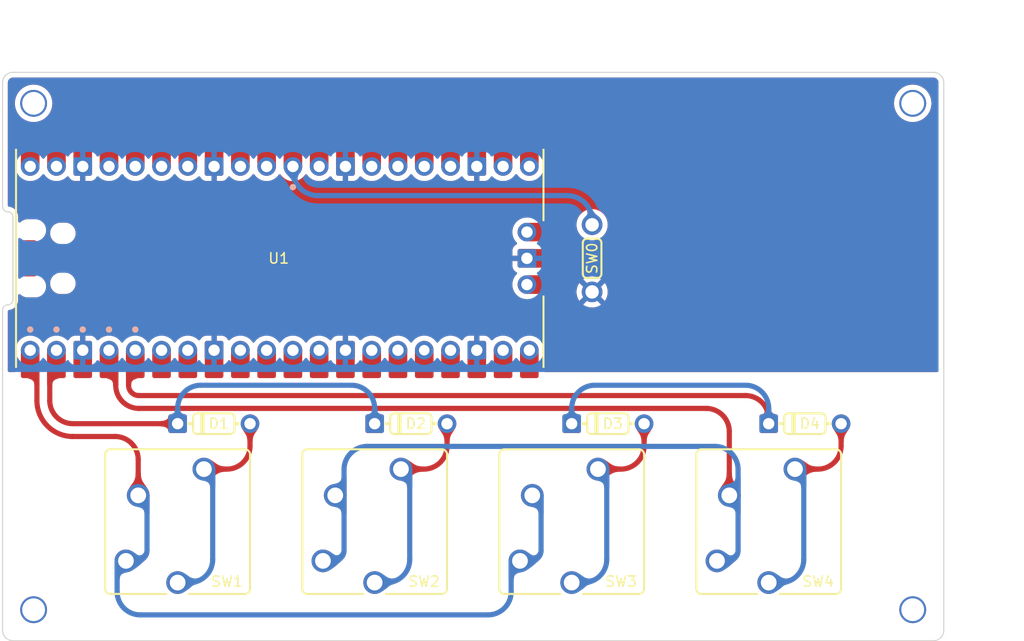
<source format=kicad_pcb>
(kicad_pcb (version 20211014) (generator pcbnew)
  (title_block (title "meishi_pico") (date "2022-09-03") (rev "1.0") (company "yynmt.com"))
  (layers (0 "F.Cu" signal) (31 "B.Cu" signal) (34 "B.Paste" user) (35 "F.Paste" user) (36 "B.SilkS" user "B.Silkscreen") (37 "F.SilkS" user "F.Silkscreen") (38 "B.Mask" user) (39 "F.Mask" user) (44 "Edge.Cuts" user))
  (net 0 "")
  (net 1 "ROW0")
  (net 2 "Net-(D1-Pad2)")
  (net 3 "Net-(D2-Pad2)")
  (net 4 "ROW1")
  (net 5 "Net-(D3-Pad2)")
  (net 6 "Net-(D4-Pad2)")
  (net 7 "COL0")
  (net 8 "COL1")
  (net 9 "GND")
  (net 29 "RESET")
  (net 36 "+5V")
  (footprint "meishi_pico:diode" (layer "F.Cu") (at 95.975 74)
    (fp_text reference "D2")
    (fp_text value "D" hide)
  )
  (footprint "meishi_pico:switch_mx_kailh" (layer "F.Cu") (at 95.975 83.475)
    (fp_text reference "SW2")
    (fp_text value "SW_Push")
  )
  (footprint "meishi_pico:switch_tact" (layer "F.Cu") (at 117 58 90)
    (fp_text reference "SW0")
    (fp_text value "SW_Push")
  )
  (footprint "meishi_pico:hole_m2" (layer "F.Cu") (at 63 43)
    (fp_text reference "H1")
    (fp_text value "hole")
  )
  (footprint "meishi_pico:diode" (layer "F.Cu") (at 115.025 74)
    (fp_text reference "D3")
    (fp_text value "D" hide)
  )
  (footprint "meishi_pico:hole_m2" (layer "F.Cu") (at 148 43)
    (fp_text reference "H2")
    (fp_text value "hole")
  )
  (footprint "meishi_pico:switch_mx_kailh" (layer "F.Cu") (at 134.075 83.475)
    (fp_text reference "SW4")
    (fp_text value "SW_Push")
  )
  (footprint "meishi_pico:raspberry_pi_pico" (layer "F.Cu") (at 60 58 90)
    (fp_text reference "U1")
    (fp_text value "raspberry_pi_pico")
  )
  (footprint "meishi_pico:hole_m2" (layer "F.Cu") (at 148 92)
    (fp_text reference "H4")
    (fp_text value "hole")
  )
  (footprint "meishi_pico:diode" (layer "F.Cu") (at 76.925 74)
    (fp_text reference "D1")
    (fp_text value "D" hide)
  )
  (footprint "meishi_pico:switch_mx_kailh" (layer "F.Cu") (at 115.025 83.475)
    (fp_text reference "SW3")
    (fp_text value "SW_Push")
  )
  (footprint "meishi_pico:switch_mx_kailh" (layer "F.Cu") (at 76.925 83.475)
    (fp_text reference "SW1")
    (fp_text value "SW_Push")
  )
  (footprint "meishi_pico:hole_m2" (layer "F.Cu") (at 63 92)
    (fp_text reference "H3")
    (fp_text value "hole")
  )
  (footprint "meishi_pico:diode" (layer "F.Cu") (at 134.075 74)
    (fp_text reference "D4")
    (fp_text value "D" hide)
  )
  (footprint "meishi_pico:logo" (layer "F.Cu") (at 60 40)
    (fp_text reference "L1")
    (fp_text value "logo")
  )
  (footprint "meishi_pico:logo_yynmt" (layer "B.Cu") (at 151 40 180)
    (fp_text reference "L2")
    (fp_text value "logo")
  )
  (gr_arc (start 60.5 53.5) (mid 60.146447 53.353553) (end 60 53) (layer "Edge.Cuts") (width 0.1))
  (gr_line (start 61 95) (end 150 95) (layer "Edge.Cuts") (width 0.1))
  (gr_arc (start 60.5 53.5) (mid 60.853553 53.646447) (end 61 54) (layer "Edge.Cuts") (width 0.1))
  (gr_line (start 60 41) (end 60 53) (layer "Edge.Cuts") (width 0.1))
  (gr_arc (start 61 95) (mid 60.292893 94.707107) (end 60 94) (layer "Edge.Cuts") (width 0.1))
  (gr_arc (start 61 62) (mid 60.853553 62.353553) (end 60.5 62.5) (layer "Edge.Cuts") (width 0.1))
  (gr_arc (start 151 94) (mid 150.707107 94.707107) (end 150 95) (layer "Edge.Cuts") (width 0.1))
  (gr_line (start 60 63) (end 60 94) (layer "Edge.Cuts") (width 0.1))
  (gr_arc (start 60 63) (mid 60.146447 62.646447) (end 60.5 62.5) (layer "Edge.Cuts") (width 0.1))
  (gr_line (start 151 94) (end 151 41) (layer "Edge.Cuts") (width 0.1))
  (gr_line (start 150 40) (end 61 40) (layer "Edge.Cuts") (width 0.1))
  (gr_line (start 61 62) (end 61 54) (layer "Edge.Cuts") (width 0.1))
  (gr_arc (start 150 40) (mid 150.707107 40.292893) (end 151 41) (layer "Edge.Cuts") (width 0.1))
  (gr_arc (start 60 41) (mid 60.292893 40.292893) (end 61 40) (layer "Edge.Cuts") (width 0.1))
  (segment (start 76.925 74) (end 66.8 74) (width 0.5) (layer "F.Cu") (net 1))
  (segment (start 64.56 66.89) (end 64.56 71.76) (width 0.5) (layer "F.Cu") (net 1))
  (arc (start 64.56 71.76) (mid 65.216081 73.343919) (end 66.8 74) (width 0.5) (layer "F.Cu") (net 1))
  (segment (start 79.165 70.28) (end 93.735 70.28) (width 0.5) (layer "B.Cu") (net 1))
  (segment (start 76.925 74) (end 76.925 72.52) (width 0.5) (layer "B.Cu") (net 1))
  (segment (start 95.975 74) (end 95.975 72.52) (width 0.5) (layer "B.Cu") (net 1))
  (arc (start 76.925 72.52) (mid 77.581081 70.936081) (end 79.165 70.28) (width 0.5) (layer "B.Cu") (net 1))
  (arc (start 95.975 72.52) (mid 95.318919 70.936081) (end 93.735 70.28) (width 0.5) (layer "B.Cu") (net 1))
  (segment (start 83.925 74) (end 83.925 76.155) (width 0.5) (layer "F.Cu") (net 2))
  (segment (start 79.465 78.395) (end 81.685 78.395) (width 0.5) (layer "F.Cu") (net 2))
  (arc (start 83.925 76.155) (mid 83.268919 77.738919) (end 81.685 78.395) (width 0.5) (layer "F.Cu") (net 2))
  (segment (start 76.925 89.375) (end 78.074999 89.375) (width 0.5) (layer "B.Cu") (net 2))
  (segment (start 80.314999 78.395) (end 80.314999 87.135) (width 0.5) (layer "B.Cu") (net 2))
  (arc (start 78.074999 89.375) (mid 79.658918 88.718919) (end 80.314999 87.135) (width 0.5) (layer "B.Cu") (net 2))
  (segment (start 98.515 78.395) (end 100.735 78.395) (width 0.5) (layer "F.Cu") (net 3))
  (segment (start 102.975 76.155) (end 102.975 74) (width 0.5) (layer "F.Cu") (net 3))
  (arc (start 100.735 78.395) (mid 102.318919 77.738919) (end 102.975 76.155) (width 0.5) (layer "F.Cu") (net 3))
  (segment (start 95.975 89.375) (end 97.124999 89.375) (width 0.5) (layer "B.Cu") (net 3))
  (segment (start 99.364999 78.395) (end 99.364999 87.135) (width 0.5) (layer "B.Cu") (net 3))
  (arc (start 97.124999 89.375) (mid 98.708918 88.718919) (end 99.364999 87.135) (width 0.5) (layer "B.Cu") (net 3))
  (segment (start 73.18 71.28) (end 131.835 71.28) (width 0.5) (layer "F.Cu") (net 4))
  (segment (start 134.075 74) (end 134.075 73.52) (width 0.5) (layer "F.Cu") (net 4))
  (segment (start 72.18 66.89) (end 72.18 70.28) (width 0.5) (layer "F.Cu") (net 4))
  (arc (start 131.835 71.28) (mid 133.418919 71.936081) (end 134.075 73.52) (width 0.5) (layer "F.Cu") (net 4))
  (arc (start 73.18 71.28) (mid 72.472893 70.987107) (end 72.18 70.28) (width 0.5) (layer "F.Cu") (net 4))
  (segment (start 115.025 74) (end 115.025 72.52) (width 0.5) (layer "B.Cu") (net 4))
  (segment (start 131.835 70.28) (end 117.265 70.28) (width 0.5) (layer "B.Cu") (net 4))
  (segment (start 134.075 74) (end 134.075 72.52) (width 0.5) (layer "B.Cu") (net 4))
  (arc (start 131.835 70.28) (mid 133.418919 70.936081) (end 134.075 72.52) (width 0.5) (layer "B.Cu") (net 4))
  (arc (start 115.025 72.52) (mid 115.681081 70.936081) (end 117.265 70.28) (width 0.5) (layer "B.Cu") (net 4))
  (segment (start 122.025 74) (end 122.025 76.155) (width 0.5) (layer "F.Cu") (net 5))
  (segment (start 117.565 78.395) (end 119.785 78.395) (width 0.5) (layer "F.Cu") (net 5))
  (arc (start 122.025 76.155) (mid 121.368919 77.738919) (end 119.785 78.395) (width 0.5) (layer "F.Cu") (net 5))
  (segment (start 115.025 89.375) (end 116.174999 89.375) (width 0.5) (layer "B.Cu") (net 5))
  (segment (start 118.414999 78.395) (end 118.414999 87.135) (width 0.5) (layer "B.Cu") (net 5))
  (arc (start 118.414999 87.135) (mid 117.758918 88.718919) (end 116.174999 89.375) (width 0.5) (layer "B.Cu") (net 5))
  (segment (start 138.835 78.395) (end 136.615 78.395) (width 0.5) (layer "F.Cu") (net 6))
  (segment (start 141.075 74) (end 141.075 76.155) (width 0.5) (layer "F.Cu") (net 6))
  (arc (start 138.835 78.395) (mid 140.418919 77.738919) (end 141.075 76.155) (width 0.5) (layer "F.Cu") (net 6))
  (segment (start 134.075 89.375) (end 135.224999 89.375) (width 0.5) (layer "B.Cu") (net 6))
  (segment (start 137.464999 78.395) (end 137.464999 87.135) (width 0.5) (layer "B.Cu") (net 6))
  (arc (start 137.464999 87.135) (mid 136.808918 88.718919) (end 135.224999 89.375) (width 0.5) (layer "B.Cu") (net 6))
  (segment (start 63.319999 66.89) (end 63.319999 71.76) (width 0.5) (layer "F.Cu") (net 7))
  (segment (start 73.115 80.935) (end 73.115 77.48) (width 0.5) (layer "F.Cu") (net 7))
  (segment (start 70.875 75.24) (end 66.799999 75.24) (width 0.5) (layer "F.Cu") (net 7))
  (arc (start 70.875 75.24) (mid 72.458919 75.896081) (end 73.115 77.48) (width 0.5) (layer "F.Cu") (net 7))
  (arc (start 63.319999 71.76) (mid 64.339267 74.220732) (end 66.799999 75.24) (width 0.5) (layer "F.Cu") (net 7))
  (segment (start 73.964999 80.935) (end 73.964999 86.275) (width 0.5) (layer "B.Cu") (net 7))
  (segment (start 110.025 87.275) (end 111.064999 87.275) (width 0.5) (layer "B.Cu") (net 7))
  (segment (start 109.175 87.275) (end 109.175 90.26) (width 0.5) (layer "B.Cu") (net 7))
  (segment (start 71.075 87.275) (end 71.075 90.26) (width 0.5) (layer "B.Cu") (net 7))
  (segment (start 112.064999 80.935) (end 112.064999 86.275) (width 0.5) (layer "B.Cu") (net 7))
  (segment (start 71.925 87.275) (end 72.964999 87.275) (width 0.5) (layer "B.Cu") (net 7))
  (segment (start 73.315 92.5) (end 106.935 92.5) (width 0.5) (layer "B.Cu") (net 7))
  (arc (start 109.175 90.26) (mid 108.518919 91.843919) (end 106.935 92.5) (width 0.5) (layer "B.Cu") (net 7))
  (arc (start 71.075 90.26) (mid 71.731081 91.843919) (end 73.315 92.5) (width 0.5) (layer "B.Cu") (net 7))
  (arc (start 73.964999 86.275) (mid 73.672106 86.982107) (end 72.964999 87.275) (width 0.5) (layer "B.Cu") (net 7))
  (arc (start 111.064999 87.275) (mid 111.772106 86.982107) (end 112.064999 86.275) (width 0.5) (layer "B.Cu") (net 7))
  (segment (start 70.939999 66.89) (end 70.939999 70.28) (width 0.5) (layer "F.Cu") (net 8))
  (segment (start 130.265 80.935) (end 130.265 74.76) (width 0.5) (layer "F.Cu") (net 8))
  (segment (start 73.179999 72.52) (end 128.025 72.52) (width 0.5) (layer "F.Cu") (net 8))
  (arc (start 128.025 72.52) (mid 129.608919 73.176081) (end 130.265 74.76) (width 0.5) (layer "F.Cu") (net 8))
  (arc (start 70.939999 70.28) (mid 71.59608 71.863919) (end 73.179999 72.52) (width 0.5) (layer "F.Cu") (net 8))
  (segment (start 95.254999 76.1975) (end 128.874999 76.1975) (width 0.5) (layer "B.Cu") (net 8))
  (segment (start 90.975 87.275) (end 92.014999 87.275) (width 0.5) (layer "B.Cu") (net 8))
  (segment (start 131.114999 80.935) (end 131.114999 86.275) (width 0.5) (layer "B.Cu") (net 8))
  (segment (start 93.014999 80.935) (end 93.014999 86.275) (width 0.5) (layer "B.Cu") (net 8))
  (segment (start 93.014999 80.935) (end 93.014999 78.4375) (width 0.5) (layer "B.Cu") (net 8))
  (segment (start 129.075 87.275) (end 130.114999 87.275) (width 0.5) (layer "B.Cu") (net 8))
  (segment (start 131.114999 80.935) (end 131.114999 78.4375) (width 0.5) (layer "B.Cu") (net 8))
  (arc (start 131.114999 78.4375) (mid 130.458918 76.853581) (end 128.874999 76.1975) (width 0.5) (layer "B.Cu") (net 8))
  (arc (start 93.014999 78.4375) (mid 93.67108 76.853581) (end 95.254999 76.1975) (width 0.5) (layer "B.Cu") (net 8))
  (arc (start 93.014999 86.275) (mid 92.722106 86.982107) (end 92.014999 87.275) (width 0.5) (layer "B.Cu") (net 8))
  (arc (start 131.114999 86.275) (mid 130.822106 86.982107) (end 130.114999 87.275) (width 0.5) (layer "B.Cu") (net 8))
  (segment (start 117 54.75) (end 117 54.35) (width 0.5) (layer "B.Cu") (net 29))
  (segment (start 88.07 49.51) (end 88.07 49.11) (width 0.5) (layer "B.Cu") (net 29))
  (segment (start 90.49 51.93) (end 114.58 51.93) (width 0.5) (layer "B.Cu") (net 29))
  (arc (start 90.49 51.93) (mid 88.778802 51.221198) (end 88.07 49.51) (width 0.5) (layer "B.Cu") (net 29))
  (arc (start 117 54.35) (mid 116.291198 52.638802) (end 114.58 51.93) (width 0.5) (layer "B.Cu") (net 29))
  (zone (net 6) (net_name "Net-(D4-Pad2)") (layer "F.Cu") (priority 16962) (connect_pads yes (clearance 0)) (min_thickness 0.0254) (fill yes (thermal_gap 0.508) (thermal_bridge_width 0.508))
    (polygon (pts (xy 141.325 75.79) (xy 141.333046 75.583681) (xy 141.356098 75.411582) (xy 141.392525 75.266416) (xy 141.440695 75.140896) (xy 141.498978 75.027736) (xy 141.565743 74.919649) (xy 141.639358 74.809348) (xy 141.718194 74.689547) (xy 141.800618 74.55296) (xy 141.885 74.3923) (xy 141.075 73.55) (xy 140.265 74.3923) (xy 140.349381 74.55296) (xy 140.431805 74.689547) (xy 140.510641 74.809348) (xy 140.584256 74.919649) (xy 140.651021 75.027736) (xy 140.709304 75.140896) (xy 140.757474 75.266416) (xy 140.793901 75.411582) (xy 140.816953 75.583681) (xy 140.825 75.79)))
  )
  (zone (net 3) (net_name "Net-(D2-Pad2)") (layer "F.Cu") (priority 16962) (connect_pads yes (clearance 0)) (min_thickness 0.0254) (fill yes (thermal_gap 0.508) (thermal_bridge_width 0.508))
    (polygon (pts (xy 100.705 78.145) (xy 100.450376 78.133827) (xy 100.239363 78.101987) (xy 100.062572 78.051994) (xy 99.910612 77.986363) (xy 99.774093 77.907608) (xy 99.643626 77.818245) (xy 99.509821 77.720788) (xy 99.363288 77.617751) (xy 99.194637 77.51165) (xy 98.994478 77.405) (xy 97.965 78.395) (xy 98.994478 79.385) (xy 99.194637 79.278349) (xy 99.363288 79.172248) (xy 99.509821 79.069211) (xy 99.643626 78.971754) (xy 99.774093 78.882391) (xy 99.910612 78.803636) (xy 100.062572 78.738005) (xy 100.239363 78.688012) (xy 100.450376 78.656172) (xy 100.705 78.645)))
  )
  (zone (net 5) (net_name "Net-(D3-Pad2)") (layer "F.Cu") (priority 16962) (connect_pads yes (clearance 0)) (min_thickness 0.0254) (fill yes (thermal_gap 0.508) (thermal_bridge_width 0.508))
    (polygon (pts (xy 119.755 78.145) (xy 119.500376 78.133827) (xy 119.289363 78.101987) (xy 119.112572 78.051994) (xy 118.960612 77.986363) (xy 118.824093 77.907608) (xy 118.693626 77.818245) (xy 118.559821 77.720788) (xy 118.413288 77.617751) (xy 118.244637 77.51165) (xy 118.044478 77.405) (xy 117.015 78.395) (xy 118.044478 79.385) (xy 118.244637 79.278349) (xy 118.413288 79.172248) (xy 118.559821 79.069211) (xy 118.693626 78.971754) (xy 118.824093 78.882391) (xy 118.960612 78.803636) (xy 119.112572 78.738005) (xy 119.289363 78.688012) (xy 119.500376 78.656172) (xy 119.755 78.645)))
  )
  (zone (net 2) (net_name "Net-(D1-Pad2)") (layer "F.Cu") (priority 16962) (connect_pads yes (clearance 0)) (min_thickness 0.0254) (fill yes (thermal_gap 0.508) (thermal_bridge_width 0.508))
    (polygon (pts (xy 84.175 75.79) (xy 84.183046 75.583681) (xy 84.206098 75.411582) (xy 84.242525 75.266416) (xy 84.290695 75.140896) (xy 84.348978 75.027736) (xy 84.415743 74.919649) (xy 84.489358 74.809348) (xy 84.568194 74.689547) (xy 84.650618 74.55296) (xy 84.735 74.3923) (xy 83.925 73.55) (xy 83.115 74.3923) (xy 83.199381 74.55296) (xy 83.281805 74.689547) (xy 83.360641 74.809348) (xy 83.434256 74.919649) (xy 83.501021 75.027736) (xy 83.559304 75.140896) (xy 83.607474 75.266416) (xy 83.643901 75.411582) (xy 83.666953 75.583681) (xy 83.675 75.79)))
  )
  (zone (net 9) (net_name "GND") (layers F&B.Cu) (connect_pads (clearance 0.508)) (min_thickness 0.254) (fill yes (thermal_gap 0.508) (thermal_bridge_width 0.508))
    (polygon (pts (xy 151 69) (xy 60 69) (xy 60 40) (xy 151 40)))
  )
  (zone (net 1) (net_name "ROW0") (layer "F.Cu") (priority 16962) (connect_pads yes (clearance 0)) (min_thickness 0.0254) (fill yes (thermal_gap 0.508) (thermal_bridge_width 0.508))
    (polygon (pts (xy 64.81 70.265) (xy 64.818495 70.13297) (xy 64.843239 70.022918) (xy 64.883112 69.931975) (xy 64.936999 69.857276) (xy 65.003781 69.795954) (xy 65.082343 69.745142) (xy 65.171566 69.701974) (xy 65.270335 69.663582) (xy 65.377531 69.627102) (xy 65.492039 69.589665) (xy 65.53313 68.421813) (xy 64.31 68.735) (xy 64.31 68.91734) (xy 64.31 69.073765) (xy 64.309999 69.211547) (xy 64.31 69.337961) (xy 64.31 69.460278) (xy 64.31 69.585774) (xy 64.31 69.72172) (xy 64.31 69.875391) (xy 64.31 70.05406) (xy 64.31 70.265)))
  )
  (zone (net 2) (net_name "Net-(D1-Pad2)") (layer "F.Cu") (priority 16962) (connect_pads yes (clearance 0)) (min_thickness 0.0254) (fill yes (thermal_gap 0.508) (thermal_bridge_width 0.508))
    (polygon (pts (xy 81.655 78.145) (xy 81.400376 78.133827) (xy 81.189363 78.101987) (xy 81.012572 78.051994) (xy 80.860612 77.986363) (xy 80.724093 77.907608) (xy 80.593626 77.818245) (xy 80.459821 77.720788) (xy 80.313288 77.617751) (xy 80.144637 77.51165) (xy 79.944478 77.405) (xy 78.915 78.395) (xy 79.944478 79.385) (xy 80.144637 79.278349) (xy 80.313288 79.172248) (xy 80.459821 79.069211) (xy 80.593626 78.971754) (xy 80.724093 78.882391) (xy 80.860612 78.803636) (xy 81.012572 78.738005) (xy 81.189363 78.688012) (xy 81.400376 78.656172) (xy 81.655 78.645)))
  )
  (zone (net 6) (net_name "Net-(D4-Pad2)") (layer "F.Cu") (priority 16962) (connect_pads yes (clearance 0)) (min_thickness 0.0254) (fill yes (thermal_gap 0.508) (thermal_bridge_width 0.508))
    (polygon (pts (xy 138.805 78.145) (xy 138.550376 78.133827) (xy 138.339363 78.101987) (xy 138.162572 78.051994) (xy 138.010612 77.986363) (xy 137.874093 77.907608) (xy 137.743626 77.818245) (xy 137.609821 77.720788) (xy 137.463288 77.617751) (xy 137.294637 77.51165) (xy 137.094478 77.405) (xy 136.065 78.395) (xy 137.094478 79.385) (xy 137.294637 79.278349) (xy 137.463288 79.172248) (xy 137.609821 79.069211) (xy 137.743626 78.971754) (xy 137.874093 78.882391) (xy 138.010612 78.803636) (xy 138.162572 78.738005) (xy 138.339363 78.688012) (xy 138.550376 78.656172) (xy 138.805 78.645)))
  )
  (zone (net 4) (net_name "ROW1") (layer "F.Cu") (priority 16962) (connect_pads yes (clearance 0)) (min_thickness 0.0254) (fill yes (thermal_gap 0.508) (thermal_bridge_width 0.508))
    (polygon (pts (xy 72.43 70.265) (xy 72.438495 70.13297) (xy 72.463239 70.022918) (xy 72.503112 69.931975) (xy 72.556999 69.857276) (xy 72.623781 69.795954) (xy 72.702343 69.745142) (xy 72.791566 69.701974) (xy 72.890335 69.663582) (xy 72.997531 69.627102) (xy 73.112039 69.589665) (xy 73.15313 68.421813) (xy 71.93 68.735) (xy 71.93 68.91734) (xy 71.93 69.073765) (xy 71.929999 69.211547) (xy 71.93 69.337961) (xy 71.93 69.460278) (xy 71.93 69.585774) (xy 71.93 69.72172) (xy 71.93 69.875391) (xy 71.93 70.05406) (xy 71.93 70.265)))
  )
  (zone (net 8) (net_name "COL1") (layer "F.Cu") (priority 16962) (connect_pads yes (clearance 0)) (min_thickness 0.0254) (fill yes (thermal_gap 0.508) (thermal_bridge_width 0.508))
    (polygon (pts (xy 130.015 78.745) (xy 130.003827 78.999623) (xy 129.971987 79.210636) (xy 129.921994 79.387427) (xy 129.856363 79.539387) (xy 129.777608 79.675906) (xy 129.688245 79.806373) (xy 129.590788 79.940178) (xy 129.487751 80.086711) (xy 129.38165 80.255362) (xy 129.275 80.455522) (xy 130.265 81.485) (xy 131.255 80.455522) (xy 131.148349 80.255362) (xy 131.042248 80.086711) (xy 130.939211 79.940178) (xy 130.841754 79.806373) (xy 130.752391 79.675906) (xy 130.673636 79.539387) (xy 130.608005 79.387427) (xy 130.558012 79.210636) (xy 130.526172 78.999623) (xy 130.515 78.745)))
  )
  (zone (net 3) (net_name "Net-(D2-Pad2)") (layer "F.Cu") (priority 16962) (connect_pads yes (clearance 0)) (min_thickness 0.0254) (fill yes (thermal_gap 0.508) (thermal_bridge_width 0.508))
    (polygon (pts (xy 103.225 75.79) (xy 103.233046 75.583681) (xy 103.256098 75.411582) (xy 103.292525 75.266416) (xy 103.340695 75.140896) (xy 103.398978 75.027736) (xy 103.465743 74.919649) (xy 103.539358 74.809348) (xy 103.618194 74.689547) (xy 103.700618 74.55296) (xy 103.785 74.3923) (xy 102.975 73.55) (xy 102.165 74.3923) (xy 102.249381 74.55296) (xy 102.331805 74.689547) (xy 102.410641 74.809348) (xy 102.484256 74.919649) (xy 102.551021 75.027736) (xy 102.609304 75.140896) (xy 102.657474 75.266416) (xy 102.693901 75.411582) (xy 102.716953 75.583681) (xy 102.725 75.79)))
  )
  (zone (net 4) (net_name "ROW1") (layer "F.Cu") (priority 16962) (connect_pads yes (clearance 0)) (min_thickness 0.0254) (fill yes (thermal_gap 0.508) (thermal_bridge_width 0.508))
    (polygon (pts (xy 134.05 72.41) (xy 133.62 72.63) (xy 133.65 72.71) (xy 133.66 72.76) (xy 133.67 72.84) (xy 133.66 72.92) (xy 133.64 72.96) (xy 133.61 73) (xy 133.57 73.03) (xy 133.51 73.06) (xy 133.45 73.08) (xy 133.38 73.1) (xy 134.075 74.45) (xy 134.77 73.1) (xy 134.71 73.08) (xy 134.65 73.06) (xy 134.59 73.04) (xy 134.53 73.01) (xy 134.48 72.98) (xy 134.43 72.94) (xy 134.39 72.9) (xy 134.34 72.85) (xy 134.3 72.81) (xy 134.26 72.76) (xy 134.22 72.7) (xy 134.18 72.63) (xy 134.14 72.56) (xy 134.09 72.47)))
  )
  (zone (net 1) (net_name "ROW0") (layer "F.Cu") (priority 16962) (connect_pads yes (clearance 0)) (min_thickness 0.0254) (fill yes (thermal_gap 0.508) (thermal_bridge_width 0.508))
    (polygon (pts (xy 75.135 74.25) (xy 75.341318 74.258046) (xy 75.513417 74.281098) (xy 75.658583 74.317525) (xy 75.784103 74.365695) (xy 75.89 74.43) (xy 75.95 74.5) (xy 75.99 74.57) (xy 76.01 74.63) (xy 76.02 74.68) (xy 76.03 74.74) (xy 77.375 74) (xy 76.03 73.26) (xy 76.02 73.32) (xy 76.01 73.37) (xy 75.99 73.44) (xy 75.96 73.51) (xy 75.897263 73.576021) (xy 75.784103 73.634304) (xy 75.658583 73.682474) (xy 75.513417 73.718901) (xy 75.341318 73.741953) (xy 75.135 73.75)))
  )
  (zone (net 4) (net_name "ROW1") (layer "F.Cu") (priority 16962) (connect_pads yes (clearance 0)) (min_thickness 0.0254) (fill yes (thermal_gap 0.508) (thermal_bridge_width 0.508))
    (polygon (pts (xy 72.43 68.42) (xy 72.438495 68.28797) (xy 72.463239 68.177918) (xy 72.503112 68.086975) (xy 72.556999 68.012276) (xy 72.623781 67.950954) (xy 72.702343 67.900142) (xy 72.791566 67.856974) (xy 72.890335 67.818582) (xy 72.997531 67.782102) (xy 73.112039 67.744665) (xy 73.15313 66.576813) (xy 71.93 66.89) (xy 71.93 67.07234) (xy 71.93 67.228765) (xy 71.929999 67.366547) (xy 71.93 67.492961) (xy 71.93 67.615278) (xy 71.93 67.740774) (xy 71.93 67.87672) (xy 71.93 68.030391) (xy 71.93 68.20906) (xy 71.93 68.42)))
  )
  (zone (net 8) (net_name "COL1") (layer "F.Cu") (priority 16962) (connect_pads yes (clearance 0)) (min_thickness 0.0254) (fill yes (thermal_gap 0.508) (thermal_bridge_width 0.508))
    (polygon (pts (xy 71.189999 70.265) (xy 71.189999 70.05406) (xy 71.189999 69.875391) (xy 71.189999 69.72172) (xy 71.189999 69.585774) (xy 71.189999 69.460278) (xy 71.189999 69.337961) (xy 71.189999 69.211547) (xy 71.189999 69.073765) (xy 71.189999 68.91734) (xy 71.19 68.735) (xy 69.96687 68.421812) (xy 70.00796 69.589665) (xy 70.122467 69.627102) (xy 70.229663 69.663583) (xy 70.328432 69.701974) (xy 70.417655 69.745142) (xy 70.496217 69.795954) (xy 70.562999 69.857276) (xy 70.616886 69.931975) (xy 70.656759 70.022918) (xy 70.681503 70.13297) (xy 70.689999 70.265)))
  )
  (zone (net 7) (net_name "COL0") (layer "F.Cu") (priority 16962) (connect_pads yes (clearance 0)) (min_thickness 0.0254) (fill yes (thermal_gap 0.508) (thermal_bridge_width 0.508))
    (polygon (pts (xy 72.865 78.745) (xy 72.853827 78.999623) (xy 72.821987 79.210636) (xy 72.771994 79.387427) (xy 72.706363 79.539387) (xy 72.627608 79.675906) (xy 72.538245 79.806373) (xy 72.440788 79.940178) (xy 72.337751 80.086711) (xy 72.23165 80.255362) (xy 72.125 80.455522) (xy 73.115 81.485) (xy 74.105 80.455522) (xy 73.998349 80.255362) (xy 73.892248 80.086711) (xy 73.789211 79.940178) (xy 73.691754 79.806373) (xy 73.602391 79.675906) (xy 73.523636 79.539387) (xy 73.458005 79.387427) (xy 73.408012 79.210636) (xy 73.376172 78.999623) (xy 73.365 78.745)))
  )
  (zone (net 7) (net_name "COL0") (layer "F.Cu") (priority 16962) (connect_pads yes (clearance 0)) (min_thickness 0.0254) (fill yes (thermal_gap 0.508) (thermal_bridge_width 0.508))
    (polygon (pts (xy 63.569999 70.265) (xy 63.569999 70.05406) (xy 63.569999 69.875391) (xy 63.569999 69.72172) (xy 63.569999 69.585774) (xy 63.569999 69.460278) (xy 63.569999 69.337961) (xy 63.569999 69.211547) (xy 63.569999 69.073765) (xy 63.569999 68.91734) (xy 63.57 68.735) (xy 62.34687 68.421812) (xy 62.38796 69.589665) (xy 62.502467 69.627102) (xy 62.609663 69.663583) (xy 62.708432 69.701974) (xy 62.797655 69.745142) (xy 62.876217 69.795954) (xy 62.942999 69.857276) (xy 62.996886 69.931975) (xy 63.036759 70.022918) (xy 63.061503 70.13297) (xy 63.069999 70.265)))
  )
  (zone (net 5) (net_name "Net-(D3-Pad2)") (layer "F.Cu") (priority 16962) (connect_pads yes (clearance 0)) (min_thickness 0.0254) (fill yes (thermal_gap 0.508) (thermal_bridge_width 0.508))
    (polygon (pts (xy 122.275 75.79) (xy 122.283046 75.583681) (xy 122.306098 75.411582) (xy 122.342525 75.266416) (xy 122.390695 75.140896) (xy 122.448978 75.027736) (xy 122.515743 74.919649) (xy 122.589358 74.809348) (xy 122.668194 74.689547) (xy 122.750618 74.55296) (xy 122.835 74.3923) (xy 122.025 73.55) (xy 121.215 74.3923) (xy 121.299381 74.55296) (xy 121.381805 74.689547) (xy 121.460641 74.809348) (xy 121.534256 74.919649) (xy 121.601021 75.027736) (xy 121.659304 75.140896) (xy 121.707474 75.266416) (xy 121.743901 75.411582) (xy 121.766953 75.583681) (xy 121.775 75.79)))
  )
  (zone (net 5) (net_name "Net-(D3-Pad2)") (layer "B.Cu") (priority 16962) (connect_pads yes (clearance 0)) (min_thickness 0.0254) (fill yes (thermal_gap 0.508) (thermal_bridge_width 0.508))
    (polygon (pts (xy 117.24 89.24) (xy 117.13 89) (xy 117.07 88.91) (xy 117 88.93) (xy 116.93 88.95) (xy 116.86 88.96) (xy 116.78 88.97) (xy 116.68 88.98) (xy 116.6 88.97) (xy 116.51 88.95) (xy 116.43 88.93) (xy 116.32 88.89) (xy 116.22 88.84) (xy 116.1196 88.769865) (xy 116.019421 88.700653) (xy 115.872888 88.597616) (xy 115.704237 88.491515) (xy 115.504078 88.384865) (xy 114.4746 89.374865) (xy 115.504078 90.364865) (xy 115.704237 90.258214) (xy 115.872888 90.152113) (xy 116.019421 90.049076) (xy 116.153226 89.951619) (xy 116.2996 89.829865) (xy 116.4396 89.709865) (xy 116.51 89.663121) (xy 116.58 89.63) (xy 116.68 89.589865) (xy 116.76 89.56) (xy 116.83 89.54) (xy 116.92 89.51)))
  )
  (zone locked (net 7) (net_name "COL0") (layer "B.Cu") (priority 16962) (connect_pads yes (clearance 0)) (min_thickness 0.0254) (fill yes (thermal_gap 0.508) (thermal_bridge_width 0.508))
    (polygon (pts (xy 73.9396 86.359865) (xy 73.72 86.34) (xy 73.7096 86.359865) (xy 73.6696 86.459865) (xy 73.6196 86.529865) (xy 73.5696 86.589865) (xy 73.4996 86.659865) (xy 73.4396 86.699865) (xy 73.3696 86.719865) (xy 73.3096 86.729865) (xy 73.2396 86.739865) (xy 73.1596 86.729865) (xy 73.0896 86.709865) (xy 73.0196 86.669865) (xy 72.919421 86.600653) (xy 72.772888 86.497616) (xy 72.604237 86.391515) (xy 72.404078 86.284865) (xy 71.3746 87.274865) (xy 72.404078 88.264865) (xy 72.604237 88.158214) (xy 72.772888 88.052113) (xy 72.919421 87.949076) (xy 73.053226 87.851619) (xy 73.1996 87.729865) (xy 73.3396 87.609865) (xy 73.4796 87.489865) (xy 73.5696 87.409865) (xy 73.6596 87.329865) (xy 73.7196 87.269865)))
  )
  (zone (net 1) (net_name "ROW0") (layer "B.Cu") (priority 16962) (connect_pads yes (clearance 0)) (min_thickness 0.0254) (fill yes (thermal_gap 0.508) (thermal_bridge_width 0.508))
    (polygon (pts (xy 76.675 72.53) (xy 76.669771 72.655786) (xy 76.654805 72.768215) (xy 76.64 72.83) (xy 76.614412 72.88) (xy 76.58 72.93) (xy 76.54 72.97) (xy 76.49 73) (xy 76.43 73.03) (xy 76.36 73.06) (xy 76.3 73.08) (xy 76.23 73.1) (xy 76.925 74.45) (xy 77.62 73.1) (xy 77.56 73.08) (xy 77.5 73.06) (xy 77.44 73.04) (xy 77.38 73.01) (xy 77.33 72.98) (xy 77.28 72.94) (xy 77.24 72.89) (xy 77.21 72.83) (xy 77.195194 72.768215) (xy 77.180228 72.655786) (xy 77.175 72.53)))
  )
  (zone (net 29) (net_name "RESET") (layer "B.Cu") (priority 16962) (connect_pads yes (clearance 0)) (min_thickness 0.0254) (fill yes (thermal_gap 0.508) (thermal_bridge_width 0.508))
    (polygon (pts (xy 88.34 50.67) (xy 88.57 50.53) (xy 88.55 50.43) (xy 88.54 50.34) (xy 88.533607 50.29) (xy 88.53 50.24) (xy 88.54 50.18) (xy 88.56 50.09) (xy 88.59 50.01) (xy 88.62 49.94) (xy 88.66 49.87) (xy 88.71 49.8) (xy 88.77 49.73) (xy 88.83 49.64) (xy 88.88 49.54) (xy 88.91 49.47) (xy 88.93 49.4) (xy 88.95 49.3) (xy 88.06 49.03) (xy 87.2 49.34) (xy 87.24 49.47) (xy 87.27 49.55) (xy 87.33 49.67) (xy 87.38 49.75) (xy 87.45 49.84) (xy 87.54 49.94) (xy 87.63 50.03) (xy 87.7 50.11) (xy 87.79 50.21) (xy 87.87 50.32) (xy 87.95 50.44) (xy 88.06 50.61)))
  )
  (zone (net 5) (net_name "Net-(D3-Pad2)") (layer "B.Cu") (priority 16962) (connect_pads yes (clearance 0)) (min_thickness 0.0254) (fill yes (thermal_gap 0.508) (thermal_bridge_width 0.508))
    (polygon (pts (xy 116.164999 89.125) (xy 116.152618 89.124101) (xy 116.140844 89.121656) (xy 116.129838 89.118039) (xy 116.119761 89.113624) (xy 116.110773 89.108786) (xy 116.103036 89.103899) (xy 116.096709 89.09934) (xy 116.091954 89.095481) (xy 116.088932 89.092697) (xy 116.087803 89.091365) (xy 114.475 89.375) (xy 116.087803 89.658635) (xy 116.088932 89.657302) (xy 116.091954 89.654518) (xy 116.096709 89.650659) (xy 116.103036 89.6461) (xy 116.110773 89.641213) (xy 116.119761 89.636375) (xy 116.129838 89.63196) (xy 116.140844 89.628343) (xy 116.152618 89.625898) (xy 116.164999 89.625)))
  )
  (zone (net 4) (net_name "ROW1") (layer "B.Cu") (priority 16962) (connect_pads yes (clearance 0)) (min_thickness 0.0254) (fill yes (thermal_gap 0.508) (thermal_bridge_width 0.508))
    (polygon (pts (xy 114.775 72.53) (xy 114.769771 72.655786) (xy 114.754805 72.768215) (xy 114.74 72.83) (xy 114.714412 72.88) (xy 114.68 72.93) (xy 114.64 72.97) (xy 114.59 73) (xy 114.53 73.03) (xy 114.46 73.06) (xy 114.4 73.08) (xy 114.33 73.1) (xy 115.025 74.45) (xy 115.72 73.1) (xy 115.66 73.08) (xy 115.6 73.06) (xy 115.54 73.04) (xy 115.48 73.01) (xy 115.43 72.98) (xy 115.38 72.94) (xy 115.34 72.89) (xy 115.31 72.83) (xy 115.295194 72.768215) (xy 115.280228 72.655786) (xy 115.275 72.53)))
  )
  (zone locked (net 7) (net_name "COL0") (layer "B.Cu") (priority 16962) (connect_pads yes (clearance 0)) (min_thickness 0.0254) (fill yes (thermal_gap 0.508) (thermal_bridge_width 0.508))
    (polygon (pts (xy 112.0396 86.359865) (xy 111.82 86.34) (xy 111.8096 86.359865) (xy 111.7696 86.459865) (xy 111.7196 86.529865) (xy 111.6696 86.589865) (xy 111.5996 86.659865) (xy 111.5396 86.699865) (xy 111.4696 86.719865) (xy 111.4096 86.729865) (xy 111.3396 86.739865) (xy 111.2596 86.729865) (xy 111.1896 86.709865) (xy 111.1196 86.669865) (xy 111.019421 86.600653) (xy 110.872888 86.497616) (xy 110.704237 86.391515) (xy 110.504078 86.284865) (xy 109.4746 87.274865) (xy 110.504078 88.264865) (xy 110.704237 88.158214) (xy 110.872888 88.052113) (xy 111.019421 87.949076) (xy 111.153226 87.851619) (xy 111.2996 87.729865) (xy 111.4396 87.609865) (xy 111.5796 87.489865) (xy 111.6696 87.409865) (xy 111.7596 87.329865) (xy 111.8196 87.269865)))
  )
  (zone (net 6) (net_name "Net-(D4-Pad2)") (layer "B.Cu") (priority 16962) (connect_pads yes (clearance 0)) (min_thickness 0.0254) (fill yes (thermal_gap 0.508) (thermal_bridge_width 0.508))
    (polygon (pts (xy 137.714999 80.195) (xy 137.714999 79.947055) (xy 137.714999 79.737418) (xy 137.714998 79.557386) (xy 137.714999 79.398256) (xy 137.714999 79.251323) (xy 137.714999 79.107884) (xy 137.714999 78.959236) (xy 137.714999 78.796675) (xy 137.714999 78.611497) (xy 137.714999 78.395) (xy 136.190439 78.045361) (xy 136.355774 79.464018) (xy 136.495797 79.497376) (xy 136.628387 79.530328) (xy 136.751821 79.566338) (xy 136.864381 79.608869) (xy 136.964345 79.661386) (xy 137.049992 79.727353) (xy 137.119601 79.810233) (xy 137.171453 79.913492) (xy 137.203825 80.040593) (xy 137.214999 80.195)))
  )
  (zone (net 3) (net_name "Net-(D2-Pad2)") (layer "B.Cu") (priority 16962) (connect_pads yes (clearance 0)) (min_thickness 0.0254) (fill yes (thermal_gap 0.508) (thermal_bridge_width 0.508))
    (polygon (pts (xy 99.614999 80.195) (xy 99.614999 79.947055) (xy 99.614999 79.737418) (xy 99.614999 79.557386) (xy 99.614999 79.398256) (xy 99.614999 79.251323) (xy 99.614999 79.107884) (xy 99.614999 78.959236) (xy 99.614999 78.796675) (xy 99.614999 78.611497) (xy 99.614999 78.395) (xy 98.090439 78.045361) (xy 98.255774 79.464018) (xy 98.395797 79.497376) (xy 98.528387 79.530328) (xy 98.651821 79.566338) (xy 98.764381 79.608869) (xy 98.864345 79.661386) (xy 98.949992 79.727353) (xy 99.019601 79.810233) (xy 99.071453 79.913492) (xy 99.103825 80.040593) (xy 99.114999 80.195)))
  )
  (zone (net 2) (net_name "Net-(D1-Pad2)") (layer "B.Cu") (priority 16962) (connect_pads yes (clearance 0)) (min_thickness 0.0254) (fill yes (thermal_gap 0.508) (thermal_bridge_width 0.508))
    (polygon (pts (xy 79.14 89.24) (xy 79.03 89) (xy 78.97 88.91) (xy 78.9 88.93) (xy 78.83 88.95) (xy 78.76 88.96) (xy 78.68 88.97) (xy 78.58 88.98) (xy 78.5 88.97) (xy 78.41 88.95) (xy 78.33 88.93) (xy 78.22 88.89) (xy 78.12 88.84) (xy 78.0196 88.769865) (xy 77.919421 88.700653) (xy 77.772888 88.597616) (xy 77.604237 88.491515) (xy 77.404078 88.384865) (xy 76.3746 89.374865) (xy 77.404078 90.364865) (xy 77.604237 90.258214) (xy 77.772888 90.152113) (xy 77.919421 90.049076) (xy 78.053226 89.951619) (xy 78.1996 89.829865) (xy 78.3396 89.709865) (xy 78.41 89.663121) (xy 78.48 89.63) (xy 78.58 89.589865) (xy 78.66 89.56) (xy 78.73 89.54) (xy 78.82 89.51)))
  )
  (zone (net 7) (net_name "COL0") (layer "B.Cu") (priority 16962) (connect_pads yes (clearance 0)) (min_thickness 0.0254) (fill yes (thermal_gap 0.508) (thermal_bridge_width 0.508))
    (polygon (pts (xy 112.314999 82.735) (xy 112.314999 82.487055) (xy 112.314999 82.277418) (xy 112.314998 82.097386) (xy 112.314999 81.938256) (xy 112.314999 81.791323) (xy 112.314999 81.647884) (xy 112.314999 81.499236) (xy 112.314999 81.336675) (xy 112.314999 81.151497) (xy 112.314999 80.935) (xy 110.790439 80.585361) (xy 110.955774 82.004018) (xy 111.095797 82.037376) (xy 111.228387 82.070328) (xy 111.351821 82.106338) (xy 111.464381 82.148869) (xy 111.564345 82.201386) (xy 111.649992 82.267353) (xy 111.719601 82.350233) (xy 111.771453 82.453492) (xy 111.803825 82.580593) (xy 111.814999 82.735)))
  )
  (zone locked (net 8) (net_name "COL1") (layer "B.Cu") (priority 16962) (connect_pads yes (clearance 0)) (min_thickness 0.0254) (fill yes (thermal_gap 0.508) (thermal_bridge_width 0.508))
    (polygon (pts (xy 92.9896 86.359865) (xy 92.77 86.34) (xy 92.7596 86.359865) (xy 92.7196 86.459865) (xy 92.6696 86.529865) (xy 92.6196 86.589865) (xy 92.5496 86.659865) (xy 92.4896 86.699865) (xy 92.4196 86.719865) (xy 92.3596 86.729865) (xy 92.2896 86.739865) (xy 92.2096 86.729865) (xy 92.1396 86.709865) (xy 92.0696 86.669865) (xy 91.969421 86.600653) (xy 91.822888 86.497616) (xy 91.654237 86.391515) (xy 91.454078 86.284865) (xy 90.4246 87.274865) (xy 91.454078 88.264865) (xy 91.654237 88.158214) (xy 91.822888 88.052113) (xy 91.969421 87.949076) (xy 92.103226 87.851619) (xy 92.2496 87.729865) (xy 92.3896 87.609865) (xy 92.5296 87.489865) (xy 92.6196 87.409865) (xy 92.7096 87.329865) (xy 92.7696 87.269865)))
  )
  (zone (net 29) (net_name "RESET") (layer "B.Cu") (priority 16962) (connect_pads yes (clearance 0)) (min_thickness 0.0254) (fill yes (thermal_gap 0.508) (thermal_bridge_width 0.508))
    (polygon (pts (xy 116.734108 53.206201) (xy 116.504108 53.35) (xy 116.524108 53.446201) (xy 116.534108 53.536201) (xy 116.540501 53.586201) (xy 116.544108 53.636201) (xy 116.534108 53.696201) (xy 116.514108 53.75) (xy 116.48 53.81) (xy 116.44 53.86) (xy 116.39 53.91) (xy 116.34 53.96) (xy 116.29 54.01) (xy 116.24 54.07) (xy 116.17 54.17) (xy 116.12 54.26) (xy 116.07 54.37) (xy 116.04 54.47) (xy 117.014108 54.846201) (xy 117.96 54.47) (xy 117.94 54.4) (xy 117.92 54.34) (xy 117.89 54.26) (xy 117.82 54.14) (xy 117.72 54.02) (xy 117.61 53.92) (xy 117.49 53.83) (xy 117.39 53.75) (xy 117.3 53.666201) (xy 117.204108 53.556201) (xy 117.124108 53.436201) (xy 117.02 53.27)))
  )
  (zone (net 7) (net_name "COL0") (layer "B.Cu") (priority 16962) (connect_pads yes (clearance 0)) (min_thickness 0.0254) (fill yes (thermal_gap 0.508) (thermal_bridge_width 0.508))
    (polygon (pts (xy 109.425 89.075) (xy 109.436173 88.920593) (xy 109.468545 88.793492) (xy 109.520397 88.690234) (xy 109.590006 88.607353) (xy 109.675653 88.541386) (xy 109.775617 88.48887) (xy 109.888176 88.446338) (xy 110.011611 88.410329) (xy 110.144201 88.377377) (xy 110.284225 88.344019) (xy 110.449561 86.925362) (xy 108.925 87.275) (xy 108.925 87.491497) (xy 108.925 87.676675) (xy 108.924999 87.839236) (xy 108.925 87.987884) (xy 108.925 88.131323) (xy 108.925 88.278256) (xy 108.925 88.437387) (xy 108.925 88.617418) (xy 108.925 88.827055) (xy 108.925 89.075)))
  )
  (zone (net 1) (net_name "ROW0") (layer "B.Cu") (priority 16962) (connect_pads yes (clearance 0)) (min_thickness 0.0254) (fill yes (thermal_gap 0.508) (thermal_bridge_width 0.508))
    (polygon (pts (xy 95.725 72.53) (xy 95.719771 72.655786) (xy 95.704805 72.768215) (xy 95.69 72.83) (xy 95.664412 72.88) (xy 95.63 72.93) (xy 95.59 72.97) (xy 95.54 73) (xy 95.48 73.03) (xy 95.41 73.06) (xy 95.35 73.08) (xy 95.28 73.1) (xy 95.975 74.45) (xy 96.67 73.1) (xy 96.61 73.08) (xy 96.55 73.06) (xy 96.49 73.04) (xy 96.43 73.01) (xy 96.38 72.98) (xy 96.33 72.94) (xy 96.29 72.89) (xy 96.26 72.83) (xy 96.245194 72.768215) (xy 96.230228 72.655786) (xy 96.225 72.53)))
  )
  (zone (net 8) (net_name "COL1") (layer "B.Cu") (priority 16962) (connect_pads yes (clearance 0)) (min_thickness 0.0254) (fill yes (thermal_gap 0.508) (thermal_bridge_width 0.508))
    (polygon (pts (xy 130.864999 79.135) (xy 130.853825 79.289406) (xy 130.821453 79.416507) (xy 130.769601 79.519766) (xy 130.699992 79.602646) (xy 130.614345 79.668613) (xy 130.514381 79.72113) (xy 130.401821 79.763661) (xy 130.278387 79.799671) (xy 130.145797 79.832623) (xy 130.005774 79.865982) (xy 129.840439 81.284639) (xy 131.364999 80.935) (xy 131.364999 80.718502) (xy 131.364999 80.533324) (xy 131.364998 80.370763) (xy 131.364999 80.222115) (xy 131.364999 80.078676) (xy 131.364999 79.931743) (xy 131.364999 79.772613) (xy 131.364999 79.592581) (xy 131.364999 79.382944) (xy 131.364999 79.135)))
  )
  (zone (net 8) (net_name "COL1") (layer "B.Cu") (priority 16962) (connect_pads yes (clearance 0)) (min_thickness 0.0254) (fill yes (thermal_gap 0.508) (thermal_bridge_width 0.508))
    (polygon (pts (xy 131.364999 82.735) (xy 131.364999 82.487055) (xy 131.364999 82.277418) (xy 131.364998 82.097386) (xy 131.364999 81.938256) (xy 131.364999 81.791323) (xy 131.364999 81.647884) (xy 131.364999 81.499236) (xy 131.364999 81.336675) (xy 131.364999 81.151497) (xy 131.364999 80.935) (xy 129.840439 80.585361) (xy 130.005774 82.004018) (xy 130.145797 82.037376) (xy 130.278387 82.070328) (xy 130.401821 82.106338) (xy 130.514381 82.148869) (xy 130.614345 82.201386) (xy 130.699992 82.267353) (xy 130.769601 82.350233) (xy 130.821453 82.453492) (xy 130.853825 82.580593) (xy 130.864999 82.735)))
  )
  (zone (net 2) (net_name "Net-(D1-Pad2)") (layer "B.Cu") (priority 16962) (connect_pads yes (clearance 0)) (min_thickness 0.0254) (fill yes (thermal_gap 0.508) (thermal_bridge_width 0.508))
    (polygon (pts (xy 80.564999 80.195) (xy 80.564999 79.947055) (xy 80.564999 79.737418) (xy 80.564999 79.557386) (xy 80.564999 79.398256) (xy 80.564999 79.251323) (xy 80.564999 79.107884) (xy 80.564999 78.959236) (xy 80.564999 78.796675) (xy 80.564999 78.611497) (xy 80.564999 78.395) (xy 79.040439 78.045361) (xy 79.205774 79.464018) (xy 79.345797 79.497376) (xy 79.478387 79.530328) (xy 79.601821 79.566338) (xy 79.714381 79.608869) (xy 79.814345 79.661386) (xy 79.899992 79.727353) (xy 79.969601 79.810233) (xy 80.021453 79.913492) (xy 80.053825 80.040593) (xy 80.064999 80.195)))
  )
  (zone (net 5) (net_name "Net-(D3-Pad2)") (layer "B.Cu") (priority 16962) (connect_pads yes (clearance 0)) (min_thickness 0.0254) (fill yes (thermal_gap 0.508) (thermal_bridge_width 0.508))
    (polygon (pts (xy 118.664999 80.195) (xy 118.664999 79.947055) (xy 118.664999 79.737418) (xy 118.664998 79.557386) (xy 118.664999 79.398256) (xy 118.664999 79.251323) (xy 118.664999 79.107884) (xy 118.664999 78.959236) (xy 118.664999 78.796675) (xy 118.664999 78.611497) (xy 118.664999 78.395) (xy 117.140439 78.045361) (xy 117.305774 79.464018) (xy 117.445797 79.497376) (xy 117.578387 79.530328) (xy 117.701821 79.566338) (xy 117.814381 79.608869) (xy 117.914345 79.661386) (xy 117.999992 79.727353) (xy 118.069601 79.810233) (xy 118.121453 79.913492) (xy 118.153825 80.040593) (xy 118.164999 80.195)))
  )
  (zone (net 8) (net_name "COL1") (layer "B.Cu") (priority 16962) (connect_pads yes (clearance 0)) (min_thickness 0.0254) (fill yes (thermal_gap 0.508) (thermal_bridge_width 0.508))
    (polygon (pts (xy 92.9896 86.359865) (xy 92.77 86.34) (xy 92.7596 86.359865) (xy 92.7196 86.459865) (xy 92.6696 86.529865) (xy 92.6196 86.589865) (xy 92.5496 86.659865) (xy 92.4896 86.699865) (xy 92.4196 86.719865) (xy 92.3596 86.729865) (xy 92.2896 86.739865) (xy 92.2096 86.729865) (xy 92.1396 86.709865) (xy 92.0696 86.669865) (xy 91.969421 86.600653) (xy 91.822888 86.497616) (xy 91.654237 86.391515) (xy 91.454078 86.284865) (xy 90.4246 87.274865) (xy 91.454078 88.264865) (xy 91.654237 88.158214) (xy 91.822888 88.052113) (xy 91.969421 87.949076) (xy 92.103226 87.851619) (xy 92.2496 87.729865) (xy 92.3896 87.609865) (xy 92.5296 87.489865) (xy 92.6196 87.409865) (xy 92.7096 87.329865) (xy 92.7696 87.269865)))
  )
  (zone locked (net 8) (net_name "COL1") (layer "B.Cu") (priority 16962) (connect_pads yes (clearance 0)) (min_thickness 0.0254) (fill yes (thermal_gap 0.508) (thermal_bridge_width 0.508))
    (polygon (pts (xy 131.0896 86.359865) (xy 130.87 86.34) (xy 130.8596 86.359865) (xy 130.8196 86.459865) (xy 130.7696 86.529865) (xy 130.7196 86.589865) (xy 130.6496 86.659865) (xy 130.5896 86.699865) (xy 130.5196 86.719865) (xy 130.4596 86.729865) (xy 130.3896 86.739865) (xy 130.3096 86.729865) (xy 130.2396 86.709865) (xy 130.1696 86.669865) (xy 130.069421 86.600653) (xy 129.922888 86.497616) (xy 129.754237 86.391515) (xy 129.554078 86.284865) (xy 128.5246 87.274865) (xy 129.554078 88.264865) (xy 129.754237 88.158214) (xy 129.922888 88.052113) (xy 130.069421 87.949076) (xy 130.203226 87.851619) (xy 130.3496 87.729865) (xy 130.4896 87.609865) (xy 130.6296 87.489865) (xy 130.7196 87.409865) (xy 130.8096 87.329865) (xy 130.8696 87.269865)))
  )
  (zone (net 6) (net_name "Net-(D4-Pad2)") (layer "B.Cu") (priority 16962) (connect_pads yes (clearance 0)) (min_thickness 0.0254) (fill yes (thermal_gap 0.508) (thermal_bridge_width 0.508))
    (polygon (pts (xy 135.214999 89.125) (xy 135.202618 89.124101) (xy 135.190844 89.121656) (xy 135.179838 89.118039) (xy 135.169761 89.113624) (xy 135.160773 89.108786) (xy 135.153036 89.103899) (xy 135.146709 89.09934) (xy 135.141954 89.095481) (xy 135.138932 89.092697) (xy 135.137803 89.091365) (xy 133.525 89.375) (xy 135.137803 89.658635) (xy 135.138932 89.657302) (xy 135.141954 89.654518) (xy 135.146709 89.650659) (xy 135.153036 89.6461) (xy 135.160773 89.641213) (xy 135.169761 89.636375) (xy 135.179838 89.63196) (xy 135.190844 89.628343) (xy 135.202618 89.625898) (xy 135.214999 89.625)))
  )
  (zone (net 8) (net_name "COL1") (layer "B.Cu") (priority 16962) (connect_pads yes (clearance 0)) (min_thickness 0.0254) (fill yes (thermal_gap 0.508) (thermal_bridge_width 0.508))
    (polygon (pts (xy 93.264999 82.735) (xy 93.264999 82.487055) (xy 93.264999 82.277418) (xy 93.264999 82.097386) (xy 93.264999 81.938256) (xy 93.264999 81.791323) (xy 93.264999 81.647884) (xy 93.264999 81.499236) (xy 93.264999 81.336675) (xy 93.264999 81.151497) (xy 93.264999 80.935) (xy 91.740439 80.585361) (xy 91.905774 82.004018) (xy 92.045797 82.037376) (xy 92.178387 82.070328) (xy 92.301821 82.106338) (xy 92.414381 82.148869) (xy 92.514345 82.201386) (xy 92.599992 82.267353) (xy 92.669601 82.350233) (xy 92.721453 82.453492) (xy 92.753825 82.580593) (xy 92.764999 82.735)))
  )
  (zone (net 3) (net_name "Net-(D2-Pad2)") (layer "B.Cu") (priority 16962) (connect_pads yes (clearance 0)) (min_thickness 0.0254) (fill yes (thermal_gap 0.508) (thermal_bridge_width 0.508))
    (polygon (pts (xy 98.19 89.24) (xy 98.08 89) (xy 98.02 88.91) (xy 97.95 88.93) (xy 97.88 88.95) (xy 97.81 88.96) (xy 97.73 88.97) (xy 97.63 88.98) (xy 97.55 88.97) (xy 97.46 88.95) (xy 97.38 88.93) (xy 97.27 88.89) (xy 97.17 88.84) (xy 97.0696 88.769865) (xy 96.969421 88.700653) (xy 96.822888 88.597616) (xy 96.654237 88.491515) (xy 96.454078 88.384865) (xy 95.4246 89.374865) (xy 96.454078 90.364865) (xy 96.654237 90.258214) (xy 96.822888 90.152113) (xy 96.969421 90.049076) (xy 97.103226 89.951619) (xy 97.2496 89.829865) (xy 97.3896 89.709865) (xy 97.46 89.663121) (xy 97.53 89.63) (xy 97.63 89.589865) (xy 97.71 89.56) (xy 97.78 89.54) (xy 97.87 89.51)))
  )
  (zone (net 8) (net_name "COL1") (layer "B.Cu") (priority 16962) (connect_pads yes (clearance 0)) (min_thickness 0.0254) (fill yes (thermal_gap 0.508) (thermal_bridge_width 0.508))
    (polygon (pts (xy 92.764999 79.135) (xy 92.753825 79.289406) (xy 92.721453 79.416507) (xy 92.669601 79.519766) (xy 92.599992 79.602646) (xy 92.514345 79.668613) (xy 92.414381 79.72113) (xy 92.301821 79.763661) (xy 92.178387 79.799671) (xy 92.045797 79.832623) (xy 91.905774 79.865982) (xy 91.740439 81.284639) (xy 93.264999 80.935) (xy 93.264999 80.718502) (xy 93.264999 80.533324) (xy 93.264999 80.370763) (xy 93.264999 80.222115) (xy 93.264999 80.078676) (xy 93.264999 79.931743) (xy 93.264999 79.772613) (xy 93.264999 79.592581) (xy 93.264999 79.382944) (xy 93.264999 79.135)))
  )
  (zone (net 4) (net_name "ROW1") (layer "B.Cu") (priority 16962) (connect_pads yes (clearance 0)) (min_thickness 0.0254) (fill yes (thermal_gap 0.508) (thermal_bridge_width 0.508))
    (polygon (pts (xy 133.825 72.53) (xy 133.819771 72.655786) (xy 133.804805 72.768215) (xy 133.79 72.83) (xy 133.764412 72.88) (xy 133.73 72.93) (xy 133.69 72.97) (xy 133.64 73) (xy 133.58 73.03) (xy 133.51 73.06) (xy 133.45 73.08) (xy 133.38 73.1) (xy 134.075 74.45) (xy 134.77 73.1) (xy 134.71 73.08) (xy 134.65 73.06) (xy 134.59 73.04) (xy 134.53 73.01) (xy 134.48 72.98) (xy 134.43 72.94) (xy 134.39 72.89) (xy 134.36 72.83) (xy 134.345194 72.768215) (xy 134.330228 72.655786) (xy 134.325 72.53)))
  )
  (zone (net 7) (net_name "COL0") (layer "B.Cu") (priority 16962) (connect_pads yes (clearance 0)) (min_thickness 0.0254) (fill yes (thermal_gap 0.508) (thermal_bridge_width 0.508))
    (polygon (pts (xy 71.325 89.075) (xy 71.336173 88.920593) (xy 71.368545 88.793492) (xy 71.420397 88.690234) (xy 71.490006 88.607353) (xy 71.575653 88.541386) (xy 71.675617 88.48887) (xy 71.788176 88.446338) (xy 71.911611 88.410329) (xy 72.044201 88.377377) (xy 72.184225 88.344019) (xy 72.349561 86.925362) (xy 70.825 87.275) (xy 70.825 87.491497) (xy 70.825 87.676675) (xy 70.824999 87.839236) (xy 70.825 87.987884) (xy 70.825 88.131323) (xy 70.825 88.278256) (xy 70.825 88.437387) (xy 70.825 88.617418) (xy 70.825 88.827055) (xy 70.825 89.075)))
  )
  (zone (net 3) (net_name "Net-(D2-Pad2)") (layer "B.Cu") (priority 16962) (connect_pads yes (clearance 0)) (min_thickness 0.0254) (fill yes (thermal_gap 0.508) (thermal_bridge_width 0.508))
    (polygon (pts (xy 97.114999 89.125) (xy 97.102618 89.124101) (xy 97.090844 89.121656) (xy 97.079838 89.118039) (xy 97.069761 89.113624) (xy 97.060773 89.108786) (xy 97.053036 89.103899) (xy 97.046709 89.09934) (xy 97.041954 89.095481) (xy 97.038932 89.092697) (xy 97.037803 89.091365) (xy 95.425 89.375) (xy 97.037803 89.658635) (xy 97.038932 89.657302) (xy 97.041954 89.654518) (xy 97.046709 89.650659) (xy 97.053036 89.6461) (xy 97.060773 89.641213) (xy 97.069761 89.636375) (xy 97.079838 89.63196) (xy 97.090844 89.628343) (xy 97.102618 89.625898) (xy 97.114999 89.625)))
  )
  (zone (net 6) (net_name "Net-(D4-Pad2)") (layer "B.Cu") (priority 16962) (connect_pads yes (clearance 0)) (min_thickness 0.0254) (fill yes (thermal_gap 0.508) (thermal_bridge_width 0.508))
    (polygon (pts (xy 136.29 89.24) (xy 136.18 89) (xy 136.12 88.91) (xy 136.05 88.93) (xy 135.98 88.95) (xy 135.91 88.96) (xy 135.83 88.97) (xy 135.73 88.98) (xy 135.65 88.97) (xy 135.56 88.95) (xy 135.48 88.93) (xy 135.37 88.89) (xy 135.27 88.84) (xy 135.1696 88.769865) (xy 135.069421 88.700653) (xy 134.922888 88.597616) (xy 134.754237 88.491515) (xy 134.554078 88.384865) (xy 133.5246 89.374865) (xy 134.554078 90.364865) (xy 134.754237 90.258214) (xy 134.922888 90.152113) (xy 135.069421 90.049076) (xy 135.203226 89.951619) (xy 135.3496 89.829865) (xy 135.4896 89.709865) (xy 135.56 89.663121) (xy 135.63 89.63) (xy 135.73 89.589865) (xy 135.81 89.56) (xy 135.88 89.54) (xy 135.97 89.51)))
  )
  (zone (net 7) (net_name "COL0") (layer "B.Cu") (priority 16962) (connect_pads yes (clearance 0)) (min_thickness 0.0254) (fill yes (thermal_gap 0.508) (thermal_bridge_width 0.508))
    (polygon (pts (xy 74.214999 82.735) (xy 74.214999 82.487055) (xy 74.214999 82.277418) (xy 74.214999 82.097386) (xy 74.214999 81.938256) (xy 74.214999 81.791323) (xy 74.214999 81.647884) (xy 74.214999 81.499236) (xy 74.214999 81.336675) (xy 74.214999 81.151497) (xy 74.214999 80.935) (xy 72.690439 80.585361) (xy 72.855774 82.004018) (xy 72.995797 82.037376) (xy 73.128387 82.070328) (xy 73.251821 82.106338) (xy 73.364381 82.148869) (xy 73.464345 82.201386) (xy 73.549992 82.267353) (xy 73.619601 82.350233) (xy 73.671453 82.453492) (xy 73.703825 82.580593) (xy 73.714999 82.735)))
  )
)
</source>
